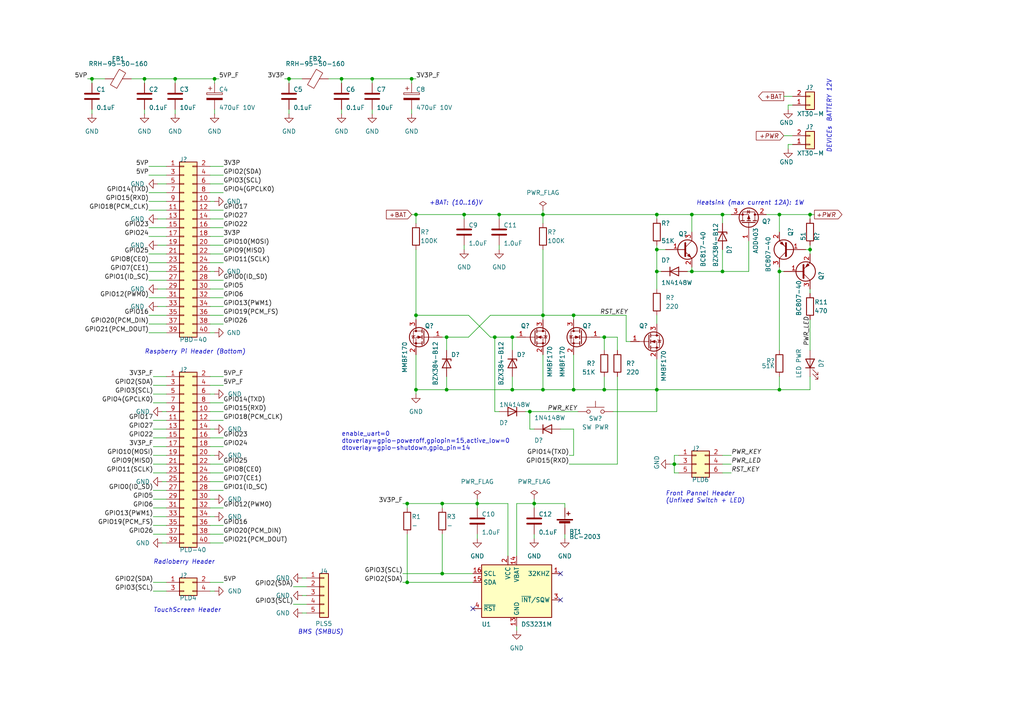
<source format=kicad_sch>
(kicad_sch (version 20211123) (generator eeschema)
  (paper "A4")
  (title_block (title "Raspberry Pi - Radioberry Interconnect") (date "2024-09-15") (rev "A1") (company "EmDev"))
  (junction (at 119.38 22.86))
  (junction (at 190.5 62.23))
  (junction (at 226.06 62.23))
  (junction (at 157.48 91.44))
  (junction (at 200.66 78.74))
  (junction (at 118.11 168.91))
  (junction (at 209.55 62.23))
  (junction (at 138.43 146.05))
  (junction (at 50.8 22.86))
  (junction (at 200.66 62.23))
  (junction (at 157.48 62.23))
  (junction (at 134.62 62.23))
  (junction (at 166.37 113.03))
  (junction (at 128.27 146.05))
  (junction (at 190.5 78.74))
  (junction (at 41.91 22.86))
  (junction (at 128.27 166.37))
  (junction (at 118.11 146.05))
  (junction (at 107.95 22.86))
  (junction (at 195.58 134.62))
  (junction (at 83.82 22.86))
  (junction (at 166.37 91.44))
  (junction (at 129.54 97.79))
  (junction (at 153.67 119.38))
  (junction (at 62.23 22.86))
  (junction (at 157.48 113.03))
  (junction (at 120.65 91.44))
  (junction (at 226.06 78.74))
  (junction (at 175.26 113.03))
  (junction (at 175.26 97.79))
  (junction (at 234.95 72.39))
  (junction (at 120.65 62.23))
  (junction (at 190.5 72.39))
  (junction (at 209.55 78.74))
  (junction (at 26.67 22.86))
  (junction (at 143.51 97.79))
  (junction (at 99.06 22.86))
  (junction (at 148.59 113.03))
  (junction (at 144.78 62.23))
  (junction (at 154.94 146.05))
  (junction (at 226.06 113.03))
  (junction (at 148.59 97.79))
  (junction (at 120.65 113.03))
  (junction (at 234.95 62.23))
  (junction (at 190.5 113.03))
  (junction (at 129.54 113.03))
  (no_connect (at 137.16 176.53))
  (no_connect (at 162.56 173.99))
  (no_connect (at 162.56 166.37))
  (wire (pts (xy 228.6 30.48) (xy 228.6 31.75)))
  (wire (pts (xy 209.55 132.08) (xy 212.09 132.08)))
  (wire (pts (xy 46.99 139.7) (xy 48.26 139.7)))
  (wire (pts (xy 144.78 62.23) (xy 144.78 63.5)))
  (wire (pts (xy 128.27 154.94) (xy 128.27 166.37)))
  (wire (pts (xy 44.45 149.86) (xy 48.26 149.86)))
  (wire (pts (xy 60.96 127) (xy 64.77 127)))
  (wire (pts (xy 60.96 147.32) (xy 64.77 147.32)))
  (wire (pts (xy 44.45 111.76) (xy 48.26 111.76)))
  (wire (pts (xy 107.95 22.86) (xy 119.38 22.86)))
  (wire (pts (xy 99.06 22.86) (xy 99.06 24.13)))
  (wire (pts (xy 233.68 72.39) (xy 234.95 72.39)))
  (wire (pts (xy 200.66 78.74) (xy 209.55 78.74)))
  (wire (pts (xy 44.45 168.91) (xy 48.26 168.91)))
  (wire (pts (xy 193.04 72.39) (xy 190.5 72.39)))
  (wire (pts (xy 191.77 78.74) (xy 190.5 78.74)))
  (wire (pts (xy 48.26 63.5) (xy 45.72 63.5)))
  (wire (pts (xy 107.95 22.86) (xy 107.95 24.13)))
  (wire (pts (xy 44.45 109.22) (xy 48.26 109.22)))
  (wire (pts (xy 62.23 78.74) (xy 60.96 78.74)))
  (wire (pts (xy 38.1 22.86) (xy 41.91 22.86)))
  (wire (pts (xy 135.89 97.79) (xy 142.24 91.44)))
  (wire (pts (xy 44.45 152.4) (xy 48.26 152.4)))
  (wire (pts (xy 26.67 31.75) (xy 26.67 33.02)))
  (wire (pts (xy 48.26 76.2) (xy 43.18 76.2)))
  (wire (pts (xy 62.23 58.42) (xy 60.96 58.42)))
  (wire (pts (xy 196.85 134.62) (xy 195.58 134.62)))
  (wire (pts (xy 60.96 168.91) (xy 64.77 168.91)))
  (wire (pts (xy 44.45 171.45) (xy 48.26 171.45)))
  (wire (pts (xy 147.32 146.05) (xy 147.32 161.29)))
  (wire (pts (xy 48.26 68.58) (xy 43.18 68.58)))
  (wire (pts (xy 129.54 97.79) (xy 135.89 97.79)))
  (wire (pts (xy 190.5 72.39) (xy 190.5 78.74)))
  (wire (pts (xy 44.45 147.32) (xy 48.26 147.32)))
  (wire (pts (xy 143.51 97.79) (xy 148.59 97.79)))
  (wire (pts (xy 175.26 97.79) (xy 179.07 97.79)))
  (wire (pts (xy 48.26 93.98) (xy 43.18 93.98)))
  (wire (pts (xy 60.96 121.92) (xy 64.77 121.92)))
  (wire (pts (xy 107.95 31.75) (xy 107.95 33.02)))
  (wire (pts (xy 209.55 62.23) (xy 209.55 64.77)))
  (wire (pts (xy 60.96 114.3) (xy 62.23 114.3)))
  (wire (pts (xy 64.77 81.28) (xy 60.96 81.28)))
  (wire (pts (xy 48.26 86.36) (xy 43.18 86.36)))
  (wire (pts (xy 64.77 68.58) (xy 60.96 68.58)))
  (wire (pts (xy 60.96 111.76) (xy 64.77 111.76)))
  (wire (pts (xy 41.91 22.86) (xy 50.8 22.86)))
  (wire (pts (xy 120.65 113.03) (xy 120.65 114.3)))
  (wire (pts (xy 60.96 132.08) (xy 62.23 132.08)))
  (wire (pts (xy 41.91 22.86) (xy 41.91 24.13)))
  (wire (pts (xy 60.96 142.24) (xy 64.77 142.24)))
  (wire (pts (xy 48.26 48.26) (xy 43.18 48.26)))
  (wire (pts (xy 48.26 83.82) (xy 45.72 83.82)))
  (wire (pts (xy 166.37 113.03) (xy 175.26 113.03)))
  (wire (pts (xy 64.77 60.96) (xy 60.96 60.96)))
  (wire (pts (xy 64.77 53.34) (xy 60.96 53.34)))
  (wire (pts (xy 85.09 175.26) (xy 88.9 175.26)))
  (wire (pts (xy 118.11 147.32) (xy 118.11 146.05)))
  (wire (pts (xy 134.62 62.23) (xy 144.78 62.23)))
  (wire (pts (xy 228.6 41.91) (xy 228.6 43.18)))
  (wire (pts (xy 62.23 22.86) (xy 63.5 22.86)))
  (wire (pts (xy 129.54 113.03) (xy 148.59 113.03)))
  (wire (pts (xy 190.5 71.12) (xy 190.5 72.39)))
  (wire (pts (xy 200.66 62.23) (xy 190.5 62.23)))
  (wire (pts (xy 60.96 116.84) (xy 64.77 116.84)))
  (wire (pts (xy 190.5 91.44) (xy 190.5 93.98)))
  (wire (pts (xy 44.45 116.84) (xy 48.26 116.84)))
  (wire (pts (xy 135.89 91.44) (xy 142.24 97.79)))
  (wire (pts (xy 157.48 91.44) (xy 157.48 92.71)))
  (wire (pts (xy 195.58 132.08) (xy 196.85 132.08)))
  (wire (pts (xy 60.96 134.62) (xy 64.77 134.62)))
  (wire (pts (xy 48.26 88.9) (xy 45.72 88.9)))
  (wire (pts (xy 48.26 91.44) (xy 43.18 91.44)))
  (wire (pts (xy 62.23 22.86) (xy 62.23 24.13)))
  (wire (pts (xy 138.43 154.94) (xy 138.43 156.21)))
  (wire (pts (xy 179.07 109.22) (xy 179.07 134.62)))
  (wire (pts (xy 157.48 113.03) (xy 166.37 113.03)))
  (wire (pts (xy 154.94 146.05) (xy 149.86 146.05)))
  (wire (pts (xy 60.96 157.48) (xy 64.77 157.48)))
  (wire (pts (xy 120.65 64.77) (xy 120.65 62.23)))
  (wire (pts (xy 50.8 22.86) (xy 50.8 24.13)))
  (wire (pts (xy 144.78 71.12) (xy 144.78 72.39)))
  (wire (pts (xy 129.54 109.22) (xy 129.54 113.03)))
  (wire (pts (xy 62.23 96.52) (xy 60.96 96.52)))
  (wire (pts (xy 64.77 55.88) (xy 60.96 55.88)))
  (wire (pts (xy 64.77 71.12) (xy 60.96 71.12)))
  (wire (pts (xy 60.96 137.16) (xy 64.77 137.16)))
  (wire (pts (xy 149.86 181.61) (xy 149.86 182.88)))
  (wire (pts (xy 60.96 139.7) (xy 64.77 139.7)))
  (wire (pts (xy 50.8 31.75) (xy 50.8 33.02)))
  (wire (pts (xy 87.63 167.64) (xy 88.9 167.64)))
  (wire (pts (xy 82.55 22.86) (xy 83.82 22.86)))
  (wire (pts (xy 64.77 88.9) (xy 60.96 88.9)))
  (wire (pts (xy 175.26 97.79) (xy 175.26 101.6)))
  (wire (pts (xy 179.07 97.79) (xy 179.07 101.6)))
  (wire (pts (xy 157.48 113.03) (xy 148.59 113.03)))
  (wire (pts (xy 234.95 83.82) (xy 234.95 85.09)))
  (wire (pts (xy 44.45 127) (xy 48.26 127)))
  (wire (pts (xy 229.87 41.91) (xy 228.6 41.91)))
  (wire (pts (xy 83.82 22.86) (xy 87.63 22.86)))
  (wire (pts (xy 138.43 146.05) (xy 147.32 146.05)))
  (wire (pts (xy 154.94 124.46) (xy 153.67 124.46)))
  (wire (pts (xy 200.66 62.23) (xy 200.66 67.31)))
  (wire (pts (xy 48.26 60.96) (xy 43.18 60.96)))
  (wire (pts (xy 128.27 146.05) (xy 138.43 146.05)))
  (wire (pts (xy 190.5 62.23) (xy 190.5 63.5)))
  (wire (pts (xy 50.8 22.86) (xy 62.23 22.86)))
  (wire (pts (xy 144.78 62.23) (xy 157.48 62.23)))
  (wire (pts (xy 137.16 168.91) (xy 118.11 168.91)))
  (wire (pts (xy 99.06 31.75) (xy 99.06 33.02)))
  (wire (pts (xy 190.5 113.03) (xy 226.06 113.03)))
  (wire (pts (xy 120.65 62.23) (xy 134.62 62.23)))
  (wire (pts (xy 134.62 62.23) (xy 134.62 63.5)))
  (wire (pts (xy 166.37 91.44) (xy 181.61 91.44)))
  (wire (pts (xy 87.63 172.72) (xy 88.9 172.72)))
  (wire (pts (xy 44.45 124.46) (xy 48.26 124.46)))
  (wire (pts (xy 148.59 109.22) (xy 148.59 113.03)))
  (wire (pts (xy 166.37 102.87) (xy 166.37 113.03)))
  (wire (pts (xy 234.95 92.71) (xy 234.95 101.6)))
  (wire (pts (xy 26.67 22.86) (xy 26.67 24.13)))
  (wire (pts (xy 64.77 76.2) (xy 60.96 76.2)))
  (wire (pts (xy 60.96 171.45) (xy 62.23 171.45)))
  (wire (pts (xy 212.09 62.23) (xy 209.55 62.23)))
  (wire (pts (xy 44.45 137.16) (xy 48.26 137.16)))
  (wire (pts (xy 116.84 166.37) (xy 128.27 166.37)))
  (wire (pts (xy 48.26 81.28) (xy 43.18 81.28)))
  (wire (pts (xy 226.06 113.03) (xy 226.06 109.22)))
  (wire (pts (xy 119.38 31.75) (xy 119.38 33.02)))
  (wire (pts (xy 209.55 72.39) (xy 209.55 78.74)))
  (wire (pts (xy 190.5 78.74) (xy 190.5 83.82)))
  (wire (pts (xy 60.96 154.94) (xy 64.77 154.94)))
  (wire (pts (xy 166.37 132.08) (xy 166.37 124.46)))
  (wire (pts (xy 48.26 96.52) (xy 43.18 96.52)))
  (wire (pts (xy 177.8 119.38) (xy 190.5 119.38)))
  (wire (pts (xy 99.06 22.86) (xy 107.95 22.86)))
  (wire (pts (xy 142.24 91.44) (xy 157.48 91.44)))
  (wire (pts (xy 194.31 134.62) (xy 195.58 134.62)))
  (wire (pts (xy 226.06 78.74) (xy 226.06 101.6)))
  (wire (pts (xy 157.48 60.96) (xy 157.48 62.23)))
  (wire (pts (xy 234.95 71.12) (xy 234.95 72.39)))
  (wire (pts (xy 209.55 62.23) (xy 200.66 62.23)))
  (wire (pts (xy 116.84 146.05) (xy 118.11 146.05)))
  (wire (pts (xy 44.45 154.94) (xy 48.26 154.94)))
  (wire (pts (xy 226.06 62.23) (xy 234.95 62.23)))
  (wire (pts (xy 129.54 113.03) (xy 120.65 113.03)))
  (wire (pts (xy 41.91 31.75) (xy 41.91 33.02)))
  (wire (pts (xy 62.23 31.75) (xy 62.23 33.02)))
  (wire (pts (xy 148.59 97.79) (xy 148.59 101.6)))
  (wire (pts (xy 143.51 119.38) (xy 144.78 119.38)))
  (wire (pts (xy 60.96 152.4) (xy 64.77 152.4)))
  (wire (pts (xy 129.54 97.79) (xy 129.54 101.6)))
  (wire (pts (xy 200.66 77.47) (xy 200.66 78.74)))
  (wire (pts (xy 44.45 134.62) (xy 48.26 134.62)))
  (wire (pts (xy 120.65 113.03) (xy 120.65 102.87)))
  (wire (pts (xy 227.33 27.94) (xy 229.87 27.94)))
  (wire (pts (xy 64.77 91.44) (xy 60.96 91.44)))
  (wire (pts (xy 142.24 97.79) (xy 143.51 97.79)))
  (wire (pts (xy 143.51 97.79) (xy 143.51 119.38)))
  (wire (pts (xy 44.45 142.24) (xy 48.26 142.24)))
  (wire (pts (xy 64.77 63.5) (xy 60.96 63.5)))
  (wire (pts (xy 26.67 22.86) (xy 30.48 22.86)))
  (wire (pts (xy 166.37 91.44) (xy 166.37 92.71)))
  (wire (pts (xy 83.82 31.75) (xy 83.82 33.02)))
  (wire (pts (xy 128.27 97.79) (xy 129.54 97.79)))
  (wire (pts (xy 60.96 124.46) (xy 62.23 124.46)))
  (wire (pts (xy 119.38 62.23) (xy 120.65 62.23)))
  (wire (pts (xy 48.26 50.8) (xy 43.18 50.8)))
  (wire (pts (xy 154.94 144.78) (xy 154.94 146.05)))
  (wire (pts (xy 153.67 119.38) (xy 153.67 124.46)))
  (wire (pts (xy 120.65 91.44) (xy 120.65 92.71)))
  (wire (pts (xy 175.26 113.03) (xy 190.5 113.03)))
  (wire (pts (xy 118.11 146.05) (xy 128.27 146.05)))
  (wire (pts (xy 209.55 78.74) (xy 217.17 78.74)))
  (wire (pts (xy 222.25 62.23) (xy 226.06 62.23)))
  (wire (pts (xy 119.38 22.86) (xy 119.38 24.13)))
  (wire (pts (xy 60.96 144.78) (xy 62.23 144.78)))
  (wire (pts (xy 95.25 22.86) (xy 99.06 22.86)))
  (wire (pts (xy 157.48 91.44) (xy 166.37 91.44)))
  (wire (pts (xy 229.87 30.48) (xy 228.6 30.48)))
  (wire (pts (xy 64.77 66.04) (xy 60.96 66.04)))
  (wire (pts (xy 64.77 86.36) (xy 60.96 86.36)))
  (wire (pts (xy 190.5 113.03) (xy 190.5 119.38)))
  (wire (pts (xy 64.77 93.98) (xy 60.96 93.98)))
  (wire (pts (xy 138.43 147.32) (xy 138.43 146.05)))
  (wire (pts (xy 48.26 55.88) (xy 43.18 55.88)))
  (wire (pts (xy 118.11 154.94) (xy 118.11 168.91)))
  (wire (pts (xy 137.16 166.37) (xy 128.27 166.37)))
  (wire (pts (xy 152.4 119.38) (xy 153.67 119.38)))
  (wire (pts (xy 87.63 177.8) (xy 88.9 177.8)))
  (wire (pts (xy 195.58 134.62) (xy 195.58 137.16)))
  (wire (pts (xy 234.95 62.23) (xy 236.22 62.23)))
  (wire (pts (xy 157.48 102.87) (xy 157.48 113.03)))
  (wire (pts (xy 44.45 121.92) (xy 48.26 121.92)))
  (wire (pts (xy 154.94 146.05) (xy 163.83 146.05)))
  (wire (pts (xy 163.83 146.05) (xy 163.83 147.32)))
  (wire (pts (xy 148.59 97.79) (xy 149.86 97.79)))
  (wire (pts (xy 165.1 132.08) (xy 166.37 132.08)))
  (wire (pts (xy 181.61 99.06) (xy 181.61 91.44)))
  (wire (pts (xy 195.58 134.62) (xy 195.58 132.08)))
  (wire (pts (xy 120.65 91.44) (xy 135.89 91.44)))
  (wire (pts (xy 153.67 119.38) (xy 167.64 119.38)))
  (wire (pts (xy 182.88 99.06) (xy 181.61 99.06)))
  (wire (pts (xy 44.45 114.3) (xy 48.26 114.3)))
  (wire (pts (xy 85.09 170.18) (xy 88.9 170.18)))
  (wire (pts (xy 154.94 147.32) (xy 154.94 146.05)))
  (wire (pts (xy 64.77 83.82) (xy 60.96 83.82)))
  (wire (pts (xy 48.26 53.34) (xy 45.72 53.34)))
  (wire (pts (xy 163.83 154.94) (xy 163.83 156.21)))
  (wire (pts (xy 157.48 62.23) (xy 157.48 64.77)))
  (wire (pts (xy 60.96 129.54) (xy 64.77 129.54)))
  (wire (pts (xy 209.55 137.16) (xy 212.09 137.16)))
  (wire (pts (xy 60.96 149.86) (xy 62.23 149.86)))
  (wire (pts (xy 234.95 72.39) (xy 234.95 73.66)))
  (wire (pts (xy 138.43 144.78) (xy 138.43 146.05)))
  (wire (pts (xy 226.06 77.47) (xy 226.06 78.74)))
  (wire (pts (xy 48.26 73.66) (xy 43.18 73.66)))
  (wire (pts (xy 190.5 113.03) (xy 190.5 104.14)))
  (wire (pts (xy 154.94 154.94) (xy 154.94 156.21)))
  (wire (pts (xy 48.26 66.04) (xy 43.18 66.04)))
  (wire (pts (xy 196.85 137.16) (xy 195.58 137.16)))
  (wire (pts (xy 64.77 73.66) (xy 60.96 73.66)))
  (wire (pts (xy 157.48 62.23) (xy 190.5 62.23)))
  (wire (pts (xy 217.17 69.85) (xy 217.17 78.74)))
  (wire (pts (xy 44.45 132.08) (xy 48.26 132.08)))
  (wire (pts (xy 226.06 113.03) (xy 234.95 113.03)))
  (wire (pts (xy 134.62 71.12) (xy 134.62 72.39)))
  (wire (pts (xy 64.77 48.26) (xy 60.96 48.26)))
  (wire (pts (xy 83.82 22.86) (xy 83.82 24.13)))
  (wire (pts (xy 46.99 119.38) (xy 48.26 119.38)))
  (wire (pts (xy 116.84 168.91) (xy 118.11 168.91)))
  (wire (pts (xy 234.95 109.22) (xy 234.95 113.03)))
  (wire (pts (xy 48.26 78.74) (xy 43.18 78.74)))
  (wire (pts (xy 64.77 50.8) (xy 60.96 50.8)))
  (wire (pts (xy 173.99 97.79) (xy 175.26 97.79)))
  (wire (pts (xy 119.38 22.86) (xy 120.65 22.86)))
  (wire (pts (xy 162.56 124.46) (xy 166.37 124.46)))
  (wire (pts (xy 128.27 146.05) (xy 128.27 147.32)))
  (wire (pts (xy 46.99 157.48) (xy 48.26 157.48)))
  (wire (pts (xy 227.33 39.37) (xy 229.87 39.37)))
  (wire (pts (xy 226.06 62.23) (xy 226.06 67.31)))
  (wire (pts (xy 234.95 62.23) (xy 234.95 63.5)))
  (wire (pts (xy 60.96 109.22) (xy 64.77 109.22)))
  (wire (pts (xy 209.55 134.62) (xy 212.09 134.62)))
  (wire (pts (xy 44.45 129.54) (xy 48.26 129.54)))
  (wire (pts (xy 165.1 134.62) (xy 179.07 134.62)))
  (wire (pts (xy 48.26 58.42) (xy 43.18 58.42)))
  (wire (pts (xy 157.48 72.39) (xy 157.48 91.44)))
  (wire (pts (xy 44.45 144.78) (xy 48.26 144.78)))
  (wire (pts (xy 175.26 109.22) (xy 175.26 113.03)))
  (wire (pts (xy 25.4 22.86) (xy 26.67 22.86)))
  (wire (pts (xy 227.33 78.74) (xy 226.06 78.74)))
  (wire (pts (xy 199.39 78.74) (xy 200.66 78.74)))
  (wire (pts (xy 120.65 72.39) (xy 120.65 91.44)))
  (wire (pts (xy 60.96 119.38) (xy 64.77 119.38)))
  (wire (pts (xy 48.26 71.12) (xy 45.72 71.12)))
  (wire (pts (xy 149.86 146.05) (xy 149.86 161.29)))
  (text "enable_uart=0\ndtoverlay=gpio-poweroff,gpiopin=15,active_low=0\ndtoverlay=gpio-shutdown,gpio_pin=14" (at 99.06 130.81 0) (effects (font (size 1.27 1.27)) (justify left bottom)))
  (text "Front Pannel Header\n(Unfixed Switch + LED) " (at 193.04 146.05 0) (effects (font (size 1.27 1.27) italic) (justify left bottom)))
  (text "BATTERY 12V" (at 241.3 35.56 90) (effects (font (size 1.27 1.27) italic) (justify left bottom)))
  (text "TouchScreen Header" (at 44.45 177.8 0) (effects (font (size 1.27 1.27) italic) (justify left bottom)))
  (text "DEVICEs" (at 241.3 44.45 90) (effects (font (size 1.27 1.27) italic) (justify left bottom)))
  (text "+BAT: (10..16)V" (at 124.46 59.69 0) (effects (font (size 1.27 1.27) italic) (justify left bottom)))
  (text "Heatsink (max current 12A): 1W " (at 201.93 59.69 0) (effects (font (size 1.27 1.27) italic) (justify left bottom)))
  (text "Raspberry Pi Header (Bottom)" (at 41.91 102.87 0) (effects (font (size 1.27 1.27) italic) (justify left bottom)))
  (text "Radioberry Header" (at 44.45 163.83 0) (effects (font (size 1.27 1.27) italic) (justify left bottom)))
  (text "BMS (SMBUS)" (at 86.36 184.15 0) (effects (font (size 1.27 1.27) italic) (justify left bottom)))
  (label "GPIO1(ID_SC)" (at 43.18 81.28 180))
  (label "GPIO3(SCL)" (at 116.84 166.37 180))
  (label "GPIO15(RXD)" (at 165.1 134.62 180))
  (label "5VP" (at 25.4 22.86 180))
  (label "GPIO7(CE1)" (at 43.18 78.74 180))
  (label "GPIO18(PCM_CLK)" (at 64.77 121.92 0))
  (label "GPIO14(TXD)" (at 165.1 132.08 180))
  (label "GPIO14(TXD)" (at 43.18 55.88 180))
  (label "GPIO15(RXD)" (at 43.18 58.42 180))
  (label "GPIO10(MOSI)" (at 64.77 71.12 0))
  (label "GPIO2(SDA)" (at 44.45 168.91 180))
  (label "GPIO6" (at 64.77 86.36 0))
  (label "GPIO17" (at 44.45 121.92 180))
  (label "GPIO14(TXD)" (at 64.77 116.84 0))
  (label "GPIO19(PCM_FS)" (at 64.77 91.44 0))
  (label "GPIO16" (at 43.18 91.44 180))
  (label "3V3P_F" (at 44.45 109.22 180))
  (label "5VP" (at 43.18 48.26 180))
  (label "GPIO8(CE0)" (at 43.18 76.2 180))
  (label "GPIO10(MOSI)" (at 44.45 132.08 180))
  (label "GPIO23" (at 43.18 66.04 180))
  (label "5VP_F" (at 63.5 22.86 0))
  (label "GPIO1(ID_SC)" (at 64.77 142.24 0))
  (label "GPIO8(CE0)" (at 64.77 137.16 0))
  (label "GPIO12(PWM0)" (at 43.18 86.36 180))
  (label "GPIO27" (at 64.77 63.5 0))
  (label "GPIO20(PCM_DIN)" (at 64.77 154.94 0))
  (label "GPIO26" (at 64.77 93.98 0))
  (label "GPIO24" (at 43.18 68.58 180))
  (label "GPIO21(PCM_DOUT)" (at 43.18 96.52 180))
  (label "GPIO19(PCM_FS)" (at 44.45 152.4 180))
  (label "GPIO27" (at 44.45 124.46 180))
  (label "GPIO9(MISO)" (at 64.77 73.66 0))
  (label "RST_KEY" (at 173.99 91.44 0) (effects (font italic)))
  (label "PWR_LED" (at 234.95 100.33 90) (effects (font italic)))
  (label "GPIO0(ID_SD)" (at 44.45 142.24 180))
  (label "GPIO4(GPCLK0)" (at 64.77 55.88 0))
  (label "PWR_LED" (at 212.09 134.62 0) (effects (font italic)))
  (label "GPIO7(CE1)" (at 64.77 139.7 0))
  (label "GPIO2(SDA)" (at 85.09 170.18 180))
  (label "PWR_KEY" (at 158.75 119.38 0) (effects (font italic)))
  (label "GPIO13(PWM1)" (at 64.77 88.9 0))
  (label "GPIO3(SCL)" (at 64.77 53.34 0))
  (label "GPIO6" (at 44.45 147.32 180))
  (label "GPIO21(PCM_DOUT)" (at 64.77 157.48 0))
  (label "GPIO0(ID_SD)" (at 64.77 81.28 0))
  (label "5VP_F" (at 64.77 111.76 0))
  (label "GPIO15(RXD)" (at 64.77 119.38 0))
  (label "GPIO18(PCM_CLK)" (at 43.18 60.96 180))
  (label "GPIO2(SDA)" (at 64.77 50.8 0))
  (label "GPIO3(SCL)" (at 44.45 114.3 180))
  (label "3V3P" (at 64.77 68.58 0))
  (label "GPIO25" (at 64.77 134.62 0))
  (label "GPIO5" (at 44.45 144.78 180))
  (label "GPIO26" (at 44.45 154.94 180))
  (label "3V3P_F" (at 116.84 146.05 180))
  (label "RST_KEY" (at 212.09 137.16 0) (effects (font italic)))
  (label "GPIO4(GPCLK0)" (at 44.45 116.84 180))
  (label "PWR_KEY" (at 212.09 132.08 0) (effects (font italic)))
  (label "GPIO2(SDA)" (at 116.84 168.91 180))
  (label "GPIO22" (at 64.77 66.04 0))
  (label "3V3P_F" (at 44.45 129.54 180))
  (label "3V3P" (at 82.55 22.86 180))
  (label "GPIO9(MISO)" (at 44.45 134.62 180))
  (label "GPIO12(PWM0)" (at 64.77 147.32 0))
  (label "GPIO3(SCL)" (at 85.09 175.26 180))
  (label "GPIO25" (at 43.18 73.66 180))
  (label "GPIO24" (at 64.77 129.54 0))
  (label "3V3P_F" (at 120.65 22.86 0))
  (label "5VP" (at 43.18 50.8 180))
  (label "5VP_F" (at 64.77 109.22 0))
  (label "GPIO20(PCM_DIN)" (at 43.18 93.98 180))
  (label "GPIO13(PWM1)" (at 44.45 149.86 180))
  (label "GPIO5" (at 64.77 83.82 0))
  (label "GPIO3(SCL)" (at 44.45 171.45 180))
  (label "5VP" (at 64.77 168.91 0))
  (label "GPIO2(SDA)" (at 44.45 111.76 180))
  (label "GPIO16" (at 64.77 152.4 0))
  (label "GPIO23" (at 64.77 127 0))
  (label "GPIO22" (at 44.45 127 180))
  (label "GPIO11(SCLK)" (at 64.77 76.2 0))
  (label "3V3P" (at 64.77 48.26 0))
  (label "GPIO11(SCLK)" (at 44.45 137.16 180))
  (label "GPIO17" (at 64.77 60.96 0))
  (global_label "+PWR" (shape input) (at 227.33 39.37 180) (effects (font italic)) (property "Intersheet References" "${INTERSHEET_REFS}" (effects hide)))
  (global_label "+BAT" (shape output) (at 227.33 27.94 180) (property "Intersheet References" "${INTERSHEET_REFS}" (effects hide)))
  (global_label "+PWR" (shape output) (at 236.22 62.23 0) (effects (font italic)) (property "Intersheet References" "${INTERSHEET_REFS}" (effects hide)))
  (global_label "+BAT" (shape input) (at 119.38 62.23 180) (property "Intersheet References" "${INTERSHEET_REFS}" (effects hide)))
  (symbol (lib_id "Device:C_Polarized") (at 119.38 27.94 0) (unit 1)
    (property "Reference" "C8" (at 120.65 26.67 0) (effects (justify left bottom)))
    (property "Value" "470uF 10V" (at 120.65 30.48 0) (effects (justify left top)))
    (property "Footprint" "Capacitor_THT:CP_Radial_D8.0mm_P3.50mm" (effects hide))
  )
  (symbol (lib_id "Diode:1N4148W") (at 148.59 119.38 180) (unit 1)
    (property "Reference" "D?" (at 144.78 121.92 0) (effects (justify right bottom)))
    (property "Value" "1N4148W" (at 144.78 118.11 0) (effects (justify right top)))
    (property "Footprint" "Diode_SMD:D_SOD-323_HandSoldering" (effects hide))
    (property "Datasheet" "https://www.vishay.com/docs/85748/1n4148w.pdf" (effects hide))
  )
  (symbol (lib_id "Transistor_BJT:BC807") (at 232.41 78.74 0) (mirror x) (unit 1)
    (property "Reference" "Q?" (at 237.49 81.28 90) (effects (justify right top)))
    (property "Value" "BC807-40" (at 232.41 81.28 90) (effects (justify left bottom)))
    (property "Footprint" "Package_TO_SOT_SMD:SOT-23" (effects hide))
    (property "Datasheet" "https://www.onsemi.com/pub/Collateral/BC808-D.pdf" (effects hide))
  )
  (symbol (lib_id "power:GND") (at 62.23 114.3 90) (unit 1)
    (property "Reference" "#PWR0108" (effects hide))
    (property "Value" "GND" (at 66.04 114.2999 90) (effects (justify right)))
  )
  (symbol (lib_id "Device:C") (at 26.67 27.94 180) (unit 1)
    (property "Reference" "C1" (at 27.94 26.67 0) (effects (justify right top)))
    (property "Value" "0.1uF" (at 27.94 30.48 0) (effects (justify right bottom)))
    (property "Footprint" "Capacitor_SMD:C_0805_2012Metric_Pad1.18x1.45mm_HandSolder" (effects hide))
  )
  (symbol (lib_id "Connector_Generic:Conn_02x20_Odd_Even") (at 53.34 132.08 0) (unit 1)
    (property "Reference" "J?" (at 52.07 107.95 0) (effects (justify left bottom)))
    (property "Value" "PLD-40" (at 52.07 158.75 0) (effects (justify left top)))
    (property "Footprint" "Connector_PinHeader_2.54mm:PinHeader_2x20_P2.54mm_Vertical" (effects hide))
  )
  (symbol (lib_id "Device:C") (at 83.82 27.94 180) (unit 1)
    (property "Reference" "C5" (at 85.09 26.67 0) (effects (justify right top)))
    (property "Value" "0.1uF" (at 85.09 30.48 0) (effects (justify right bottom)))
    (property "Footprint" "Capacitor_SMD:C_0805_2012Metric_Pad1.18x1.45mm_HandSolder" (effects hide))
  )
  (symbol (lib_id "Connector_Generic:Conn_01x02") (at 234.95 41.91 0) (mirror x) (unit 1)
    (property "Reference" "J?" (at 233.68 36.83 0) (effects (justify left)))
    (property "Value" "XT30-M" (at 231.14 44.45 0) (effects (justify left)))
    (property "Footprint" "Connector_AMASS:AMASS_XT30U-M_1x02_P5.0mm_Vertical" (effects hide))
  )
  (symbol (lib_id "Device:C") (at 154.94 151.13 180) (unit 1)
    (property "Reference" "C12" (at 156.21 149.86 0) (effects (justify right top)))
    (property "Value" "0.1uF" (at 156.21 153.67 0) (effects (justify right bottom)))
    (property "Footprint" "Capacitor_SMD:C_0805_2012Metric_Pad1.18x1.45mm_HandSolder" (effects hide))
  )
  (symbol (lib_id "power:GND") (at 228.6 31.75 0) (unit 1)
    (property "Reference" "#PWR0101" (effects hide))
    (property "Value" "GND" (at 226.06 35.56 0) (effects (justify left)))
  )
  (symbol (lib_id "Device:C") (at 99.06 27.94 180) (unit 1)
    (property "Reference" "C6" (at 100.33 26.67 0) (effects (justify right top)))
    (property "Value" "0.1uF" (at 100.33 30.48 0) (effects (justify right bottom)))
    (property "Footprint" "Capacitor_SMD:C_0805_2012Metric_Pad1.18x1.45mm_HandSolder" (effects hide))
  )
  (symbol (lib_id "power:GND") (at 83.82 33.02 0) (unit 1)
    (property "Reference" "#PWR022" (effects hide))
    (property "Value" "GND" (at 83.82 38.1 0))
  )
  (symbol (lib_id "power:GND") (at 144.78 72.39 0) (unit 1)
    (property "Reference" "#PWR032" (effects hide))
    (property "Value" "GND" (at 144.78 77.47 0))
  )
  (symbol (lib_id "power:GND") (at 46.99 139.7 270) (unit 1)
    (property "Reference" "#PWR0106" (effects hide))
    (property "Value" "GND" (at 39.37 139.7 90) (effects (justify left)))
  )
  (symbol (lib_id "Device:R") (at 128.27 151.13 0) (unit 1)
    (property "Reference" "R3" (at 129.54 149.86 0) (effects (justify left)))
    (property "Value" "-" (at 129.54 152.4 0) (effects (justify left)))
    (property "Footprint" "Resistor_SMD:R_0805_2012Metric_Pad1.20x1.40mm_HandSolder" (effects hide))
  )
  (symbol (lib_id "Diode:BZX384xxxx") (at 209.55 68.58 270) (unit 1)
    (property "Reference" "D?" (at 210.82 71.12 0) (effects (justify left bottom)))
    (property "Value" "BZX384-B12" (at 208.28 77.47 0) (effects (justify right top)))
    (property "Footprint" "Diode_SMD:D_SOD-323_HandSoldering" (effects hide))
    (property "Datasheet" "https://www.vishay.com/docs/85764/bzx384.pdf" (effects hide))
  )
  (symbol (lib_id "Connector_Generic:Conn_01x02") (at 234.95 30.48 0) (mirror x) (unit 1)
    (property "Reference" "J?" (at 233.68 25.4 0) (effects (justify left)))
    (property "Value" "XT30-M" (at 231.14 33.02 0) (effects (justify left)))
    (property "Footprint" "Connector_AMASS:AMASS_XT30U-M_1x02_P5.0mm_Vertical" (effects hide))
  )
  (symbol (lib_id "Device:C") (at 134.62 67.31 180) (unit 1)
    (property "Reference" "C9" (at 135.89 66.04 0) (effects (justify right top)))
    (property "Value" "1.0uF" (at 135.89 69.85 0) (effects (justify right bottom)))
    (property "Footprint" "Capacitor_SMD:C_0805_2012Metric_Pad1.18x1.45mm_HandSolder" (effects hide))
  )
  (symbol (lib_id "Transistor_FET:IRF9540N") (at 217.17 64.77 270) (mirror x) (unit 1)
    (property "Reference" "Q?" (at 220.98 63.5 90) (effects (justify left bottom)))
    (property "Value" "AOD403" (at 218.44 66.04 0) (effects (justify right bottom)))
    (property "Footprint" "Package_TO_SOT_SMD:TO-252-2" (effects hide))
    (property "Datasheet" "http://www.irf.com/product-info/datasheets/data/irf9540n.pdf" (effects hide))
  )
  (symbol (lib_id "Device:LED") (at 234.95 105.41 90) (unit 1) (in_bom no) (on_board no)
    (property "Reference" "D?" (at 237.49 106.68 0) (effects (justify left top)))
    (property "Value" "LED PWR" (at 232.41 105.41 0) (effects (justify bottom)))
  )
  (symbol (lib_id "Device:R") (at 120.65 68.58 0) (unit 1)
    (property "Reference" "R?" (at 121.92 67.31 0) (effects (justify left)))
    (property "Value" "100K" (at 121.92 69.85 0) (effects (justify left)))
    (property "Footprint" "Resistor_SMD:R_0805_2012Metric_Pad1.20x1.40mm_HandSolder" (effects hide))
  )
  (symbol (lib_id "power:GND") (at 62.23 96.52 90) (mirror x) (unit 1)
    (property "Reference" "#PWR?" (effects hide))
    (property "Value" "GND" (at 69.85 96.52 90) (effects (justify left)))
  )
  (symbol (lib_id "Diode:1N4148W") (at 195.58 78.74 0) (unit 1)
    (property "Reference" "D?" (at 191.77 76.2 0) (effects (justify left bottom)))
    (property "Value" "1N4148W" (at 191.77 81.28 0) (effects (justify left top)))
    (property "Footprint" "Diode_SMD:D_SOD-323_HandSoldering" (effects hide))
    (property "Datasheet" "https://www.vishay.com/docs/85748/1n4148w.pdf" (effects hide))
  )
  (symbol (lib_id "Connector_Generic:Conn_02x20_Odd_Even") (at 53.34 71.12 0) (unit 1)
    (property "Reference" "J?" (at 52.07 46.99 0) (effects (justify left bottom)))
    (property "Value" "PBD-40" (at 52.07 97.79 0) (effects (justify left top)))
    (property "Footprint" "Connector_PinHeader_2.54mm:PinHeader_2x20_P2.54mm_Vertical" (effects hide))
  )
  (symbol (lib_id "Device:C") (at 144.78 67.31 180) (unit 1)
    (property "Reference" "C11" (at 146.05 66.04 0) (effects (justify right top)))
    (property "Value" "1.0uF" (at 146.05 69.85 0) (effects (justify right bottom)))
    (property "Footprint" "Capacitor_SMD:C_0805_2012Metric_Pad1.18x1.45mm_HandSolder" (effects hide))
  )
  (symbol (lib_id "Device:C_Polarized") (at 62.23 27.94 0) (unit 1)
    (property "Reference" "C4" (at 63.5 26.67 0) (effects (justify left bottom)))
    (property "Value" "470uF 10V" (at 63.5 30.48 0) (effects (justify left top)))
    (property "Footprint" "Capacitor_THT:CP_Radial_D8.0mm_P3.50mm" (effects hide))
  )
  (symbol (lib_id "Device:C") (at 50.8 27.94 180) (unit 1)
    (property "Reference" "C3" (at 52.07 26.67 0) (effects (justify right top)))
    (property "Value" "10uF" (at 52.07 30.48 0) (effects (justify right bottom)))
    (property "Footprint" "Capacitor_SMD:C_0805_2012Metric_Pad1.18x1.45mm_HandSolder" (effects hide))
  )
  (symbol (lib_id "Transistor_BJT:BC817") (at 198.12 72.39 0) (unit 1)
    (property "Reference" "Q?" (at 199.39 68.58 0) (effects (justify right bottom)))
    (property "Value" "BC817-40" (at 203.2 77.47 90) (effects (justify left top)))
    (property "Footprint" "Package_TO_SOT_SMD:SOT-23_Handsoldering" (effects hide))
    (property "Datasheet" "https://www.onsemi.com/pub/Collateral/BC818-D.pdf" (effects hide))
  )
  (symbol (lib_id "power:GND") (at 46.99 119.38 270) (unit 1)
    (property "Reference" "#PWR0115" (effects hide))
    (property "Value" "GND" (at 39.37 119.38 90) (effects (justify left)))
  )
  (symbol (lib_id "Device:R") (at 190.5 87.63 0) (unit 1)
    (property "Reference" "R?" (at 193.04 86.36 0) (effects (justify left)))
    (property "Value" "220" (at 193.04 88.9 0) (effects (justify left)))
    (property "Footprint" "Resistor_SMD:R_0805_2012Metric_Pad1.20x1.40mm_HandSolder" (effects hide))
  )
  (symbol (lib_id "power:GND") (at 228.6 43.18 0) (unit 1)
    (property "Reference" "#PWR0102" (effects hide))
    (property "Value" "GND" (at 226.06 46.99 0) (effects (justify left)))
  )
  (symbol (lib_id "power:GND") (at 138.43 156.21 0) (unit 1)
    (property "Reference" "#PWR031" (effects hide))
    (property "Value" "GND" (at 138.43 161.29 0))
  )
  (symbol (lib_id "Device:R") (at 234.95 67.31 0) (unit 1)
    (property "Reference" "R?" (at 236.22 69.85 90) (effects (justify left top)))
    (property "Value" "51" (at 233.68 69.85 90) (effects (justify left bottom)))
    (property "Footprint" "Resistor_SMD:R_0805_2012Metric_Pad1.20x1.40mm_HandSolder" (effects hide))
  )
  (symbol (lib_id "Device:C") (at 41.91 27.94 180) (unit 1)
    (property "Reference" "C2" (at 43.18 26.67 0) (effects (justify right top)))
    (property "Value" "0.1uF" (at 43.18 30.48 0) (effects (justify right bottom)))
    (property "Footprint" "Capacitor_SMD:C_0805_2012Metric_Pad1.18x1.45mm_HandSolder" (effects hide))
  )
  (symbol (lib_id "power:GND") (at 45.72 53.34 270) (mirror x) (unit 1)
    (property "Reference" "#PWR?" (effects hide))
    (property "Value" "GND" (at 41.91 53.3399 90) (effects (justify right)))
  )
  (symbol (lib_id "power:PWR_FLAG") (at 138.43 144.78 0) (unit 1)
    (property "Reference" "#FLG01" (effects hide))
    (property "Value" "PWR_FLAG" (at 138.43 139.7 0))
  )
  (symbol (lib_id "Device:FerriteBead") (at 34.29 22.86 90) (unit 1)
    (property "Reference" "FB1" (at 34.29 17.78 90) (effects (justify top)))
    (property "Value" "RRH-95-50-160" (at 34.29 17.78 90) (effects (justify bottom)))
    (property "Footprint" "Inductor_THT:L_Radial_D9.5mm_P5.00mm_Fastron_07HVP" (effects hide))
  )
  (symbol (lib_id "Device:Battery_Cell") (at 163.83 152.4 0) (unit 1)
    (property "Reference" "BT1" (at 165.1 154.94 0) (effects (justify left bottom)))
    (property "Value" "BC-2003" (at 165.1 154.94 0) (effects (justify left top)))
    (property "Footprint" "Battery:BatteryHolder_MPD_BC2003_1x2032" (effects hide))
  )
  (symbol (lib_id "Transistor_FET:MMBF170") (at 123.19 97.79 0) (mirror y) (unit 1)
    (property "Reference" "Q?" (at 123.19 95.25 0) (effects (justify right bottom)))
    (property "Value" "MMBF170" (at 118.11 99.06 90) (effects (justify right top)))
    (property "Footprint" "Package_TO_SOT_SMD:SOT-23_Handsoldering" (effects hide))
    (property "Datasheet" "https://www.diodes.com/assets/Datasheets/ds30104.pdf" (effects hide))
  )
  (symbol (lib_id "power:GND") (at 163.83 156.21 0) (unit 1)
    (property "Reference" "#PWR035" (effects hide))
    (property "Value" "GND" (at 163.83 161.29 0))
  )
  (symbol (lib_id "Diode:1N4148W") (at 158.75 124.46 0) (mirror x) (unit 1)
    (property "Reference" "D?" (at 154.94 127 0) (effects (justify left bottom)))
    (property "Value" "1N4148W" (at 154.94 121.92 0) (effects (justify left top)))
    (property "Footprint" "Diode_SMD:D_SOD-323_HandSoldering" (effects hide))
    (property "Datasheet" "https://www.vishay.com/docs/85748/1n4148w.pdf" (effects hide))
  )
  (symbol (lib_id "power:GND") (at 62.23 78.74 90) (mirror x) (unit 1)
    (property "Reference" "#PWR?" (effects hide))
    (property "Value" "GND" (at 69.85 78.74 90) (effects (justify left)))
  )
  (symbol (lib_id "power:GND") (at 119.38 33.02 0) (unit 1)
    (property "Reference" "#PWR028" (effects hide))
    (property "Value" "GND" (at 119.38 38.1 0))
  )
  (symbol (lib_id "Device:C") (at 107.95 27.94 180) (unit 1)
    (property "Reference" "C7" (at 109.22 26.67 0) (effects (justify right top)))
    (property "Value" "10uF" (at 109.22 30.48 0) (effects (justify right bottom)))
    (property "Footprint" "Capacitor_SMD:C_0805_2012Metric_Pad1.18x1.45mm_HandSolder" (effects hide))
  )
  (symbol (lib_id "power:GND") (at 45.72 88.9 270) (mirror x) (unit 1)
    (property "Reference" "#PWR?" (effects hide))
    (property "Value" "GND" (at 41.91 88.8999 90) (effects (justify right)))
  )
  (symbol (lib_id "power:PWR_FLAG") (at 154.94 144.78 0) (unit 1)
    (property "Reference" "#FLG02" (effects hide))
    (property "Value" "PWR_FLAG" (at 154.94 139.7 0))
  )
  (symbol (lib_id "Transistor_FET:MMBF170") (at 187.96 99.06 0) (unit 1)
    (property "Reference" "Q?" (at 187.96 95.25 0) (effects (justify right bottom)))
    (property "Value" "MMBF170" (at 191.77 101.6 90) (effects (justify right top)))
    (property "Footprint" "Package_TO_SOT_SMD:SOT-23_Handsoldering" (effects hide))
    (property "Datasheet" "https://www.diodes.com/assets/Datasheets/ds30104.pdf" (effects hide))
  )
  (symbol (lib_id "power:GND") (at 62.23 124.46 90) (unit 1)
    (property "Reference" "#PWR0107" (effects hide))
    (property "Value" "GND" (at 66.04 124.4599 90) (effects (justify right)))
  )
  (symbol (lib_id "power:GND") (at 45.72 63.5 270) (mirror x) (unit 1)
    (property "Reference" "#PWR?" (effects hide))
    (property "Value" "GND" (at 41.91 63.4999 90) (effects (justify right)))
  )
  (symbol (lib_id "Transistor_FET:MMBF170") (at 154.94 97.79 0) (unit 1)
    (property "Reference" "Q?" (at 153.67 95.25 0) (effects (justify right bottom)))
    (property "Value" "MMBF170" (at 158.75 100.33 90) (effects (justify right top)))
    (property "Footprint" "Package_TO_SOT_SMD:SOT-23_Handsoldering" (effects hide))
    (property "Datasheet" "https://www.diodes.com/assets/Datasheets/ds30104.pdf" (effects hide))
  )
  (symbol (lib_id "Device:R") (at 157.48 68.58 0) (unit 1)
    (property "Reference" "R?" (at 158.75 67.31 0) (effects (justify left)))
    (property "Value" "100K" (at 158.75 69.85 0) (effects (justify left)))
    (property "Footprint" "Resistor_SMD:R_0805_2012Metric_Pad1.20x1.40mm_HandSolder" (effects hide))
  )
  (symbol (lib_id "power:GND") (at 134.62 72.39 0) (unit 1)
    (property "Reference" "#PWR030" (effects hide))
    (property "Value" "GND" (at 134.62 77.47 0))
  )
  (symbol (lib_id "power:GND") (at 62.23 132.08 90) (unit 1)
    (property "Reference" "#PWR0111" (effects hide))
    (property "Value" "GND" (at 66.04 132.0799 90) (effects (justify right)))
  )
  (symbol (lib_id "power:GND") (at 50.8 33.02 0) (unit 1)
    (property "Reference" "#PWR011" (effects hide))
    (property "Value" "GND" (at 50.8 38.1 0))
  )
  (symbol (lib_id "power:GND") (at 45.72 83.82 270) (mirror x) (unit 1)
    (property "Reference" "#PWR?" (effects hide))
    (property "Value" "GND" (at 41.91 83.8199 90) (effects (justify right)))
  )
  (symbol (lib_id "Device:R") (at 190.5 67.31 0) (unit 1)
    (property "Reference" "R?" (at 191.77 64.77 0) (effects (justify left)))
    (property "Value" "51K" (at 191.77 69.85 0) (effects (justify left)))
    (property "Footprint" "Resistor_SMD:R_0805_2012Metric_Pad1.20x1.40mm_HandSolder" (effects hide))
  )
  (symbol (lib_id "power:GND") (at 99.06 33.02 0) (unit 1)
    (property "Reference" "#PWR026" (effects hide))
    (property "Value" "GND" (at 99.06 38.1 0))
  )
  (symbol (lib_id "Connector_Generic:Conn_02x03_Odd_Even") (at 201.93 134.62 0) (unit 1)
    (property "Reference" "J?" (at 200.66 130.81 0) (effects (justify left bottom)))
    (property "Value" "PLD6" (at 200.66 138.43 0) (effects (justify left top)))
    (property "Footprint" "Connector_PinHeader_2.54mm:PinHeader_2x03_P2.54mm_Vertical" (effects hide))
  )
  (symbol (lib_id "power:GND") (at 62.23 149.86 90) (unit 1)
    (property "Reference" "#PWR0109" (effects hide))
    (property "Value" "GND" (at 66.04 149.8599 90) (effects (justify right)))
  )
  (symbol (lib_id "power:GND") (at 87.63 167.64 270) (unit 1)
    (property "Reference" "#PWR?" (effects hide))
    (property "Value" "GND" (at 80.01 167.64 90) (effects (justify left)))
  )
  (symbol (lib_id "power:GND") (at 46.99 157.48 270) (unit 1)
    (property "Reference" "#PWR0105" (effects hide))
    (property "Value" "GND" (at 39.37 157.48 90) (effects (justify left)))
  )
  (symbol (lib_id "power:GND") (at 45.72 71.12 270) (mirror x) (unit 1)
    (property "Reference" "#PWR?" (effects hide))
    (property "Value" "GND" (at 41.91 71.1199 90) (effects (justify right)))
  )
  (symbol (lib_id "power:GND") (at 149.86 182.88 0) (unit 1)
    (property "Reference" "#PWR033" (effects hide))
    (property "Value" "GND" (at 149.86 187.96 0))
  )
  (symbol (lib_id "Diode:BZX384xxxx") (at 148.59 105.41 270) (unit 1)
    (property "Reference" "D?" (at 149.86 102.87 90) (effects (justify left)))
    (property "Value" "BZX384-B12" (at 146.05 105.41 0) (effects (justify top)))
    (property "Footprint" "Diode_SMD:D_SOD-323_HandSoldering" (effects hide))
    (property "Datasheet" "https://www.vishay.com/docs/85764/bzx384.pdf" (effects hide))
  )
  (symbol (lib_id "Device:R") (at 179.07 105.41 0) (unit 1)
    (property "Reference" "R?" (at 181.61 105.41 0) (effects (justify left)))
    (property "Value" "220" (at 181.61 107.95 0) (effects (justify left)))
    (property "Footprint" "Resistor_SMD:R_0805_2012Metric_Pad1.20x1.40mm_HandSolder" (effects hide))
  )
  (symbol (lib_id "Switch:SW_Push") (at 172.72 119.38 0) (unit 1) (in_bom no) (on_board no)
    (property "Reference" "SW?" (at 172.72 120.65 0) (effects (justify top)))
    (property "Value" "SW PWR" (at 172.72 123.19 0) (effects (justify top)))
  )
  (symbol (lib_id "Device:FerriteBead") (at 91.44 22.86 90) (unit 1)
    (property "Reference" "FB2" (at 91.44 17.78 90) (effects (justify top)))
    (property "Value" "RRH-95-50-160" (at 91.44 17.78 90) (effects (justify bottom)))
    (property "Footprint" "Inductor_THT:L_Radial_D9.5mm_P5.00mm_Fastron_07HVP" (effects hide))
  )
  (symbol (lib_id "Connector_Generic:Conn_01x05") (at 93.98 172.72 0) (unit 1)
    (property "Reference" "J4" (at 92.71 166.37 0) (effects (justify left bottom)))
    (property "Value" "PLS5" (at 91.44 181.61 0) (effects (justify left bottom)))
    (property "Footprint" "Connector_PinHeader_2.54mm:PinHeader_1x05_P2.54mm_Vertical" (effects hide))
  )
  (symbol (lib_id "power:GND") (at 120.65 114.3 0) (unit 1)
    (property "Reference" "#PWR0104" (effects hide))
    (property "Value" "GND" (at 120.65 119.38 0))
  )
  (symbol (lib_id "power:PWR_FLAG") (at 157.48 60.96 0) (unit 1)
    (property "Reference" "#FLG03" (effects hide))
    (property "Value" "PWR_FLAG" (at 157.48 55.88 0))
  )
  (symbol (lib_id "power:GND") (at 62.23 58.42 90) (mirror x) (unit 1)
    (property "Reference" "#PWR?" (effects hide))
    (property "Value" "GND" (at 69.85 58.42 90) (effects (justify left)))
  )
  (symbol (lib_id "Device:R") (at 118.11 151.13 0) (unit 1)
    (property "Reference" "R1" (at 119.38 149.86 0) (effects (justify left)))
    (property "Value" "-" (at 119.38 152.4 0) (effects (justify left)))
    (property "Footprint" "Resistor_SMD:R_0805_2012Metric_Pad1.20x1.40mm_HandSolder" (effects hide))
  )
  (symbol (lib_id "Device:R") (at 234.95 88.9 0) (unit 1)
    (property "Reference" "R11" (at 236.22 87.63 0) (effects (justify left)))
    (property "Value" "470" (at 236.22 90.17 0) (effects (justify left)))
    (property "Footprint" "Resistor_SMD:R_0805_2012Metric_Pad1.20x1.40mm_HandSolder" (effects hide))
  )
  (symbol (lib_id "power:GND") (at 154.94 156.21 0) (unit 1)
    (property "Reference" "#PWR034" (effects hide))
    (property "Value" "GND" (at 154.94 161.29 0))
  )
  (symbol (lib_id "Transistor_BJT:BC807") (at 228.6 72.39 180) (unit 1)
    (property "Reference" "Q?" (at 228.6 68.58 90) (effects (justify right bottom)))
    (property "Value" "BC807-40" (at 223.52 68.58 90) (effects (justify left top)))
    (property "Footprint" "Package_TO_SOT_SMD:SOT-23" (effects hide))
    (property "Datasheet" "https://www.onsemi.com/pub/Collateral/BC808-D.pdf" (effects hide))
  )
  (symbol (lib_id "Timer_RTC:DS3231M") (at 149.86 171.45 0) (unit 1)
    (property "Reference" "U1" (at 139.7 180.34 0) (effects (justify left top)))
    (property "Value" "DS3231M" (at 151.13 180.34 0) (effects (justify left top)))
    (property "Footprint" "Package_SO:SOIC-16W_7.5x10.3mm_P1.27mm" (effects hide))
    (property "Datasheet" "http://datasheets.maximintegrated.com/en/ds/DS3231.pdf" (effects hide))
  )
  (symbol (lib_id "Connector_Generic:Conn_02x02_Odd_Even") (at 53.34 168.91 0) (unit 1)
    (property "Reference" "J?" (at 52.07 167.64 0) (effects (justify left bottom)))
    (property "Value" "PLD4" (at 52.07 172.72 0) (effects (justify left top)))
    (property "Footprint" "Connector_PinHeader_2.54mm:PinHeader_2x02_P2.54mm_Vertical" (effects hide))
  )
  (symbol (lib_id "power:GND") (at 194.31 134.62 270) (unit 1)
    (property "Reference" "#PWR0103" (effects hide))
    (property "Value" "GND" (at 190.5 132.08 0) (effects (justify left)))
  )
  (symbol (lib_id "Device:R") (at 226.06 105.41 0) (unit 1)
    (property "Reference" "R?" (at 224.79 105.41 0) (effects (justify right bottom)))
    (property "Value" "51K" (at 224.79 105.41 0) (effects (justify right top)))
    (property "Footprint" "Resistor_SMD:R_0805_2012Metric_Pad1.20x1.40mm_HandSolder" (effects hide))
  )
  (symbol (lib_id "Device:C") (at 138.43 151.13 180) (unit 1)
    (property "Reference" "C10" (at 139.7 149.86 0) (effects (justify right top)))
    (property "Value" "1.0uF" (at 139.7 153.67 0) (effects (justify right bottom)))
    (property "Footprint" "Capacitor_SMD:C_0805_2012Metric_Pad1.18x1.45mm_HandSolder" (effects hide))
  )
  (symbol (lib_id "power:GND") (at 26.67 33.02 0) (unit 1)
    (property "Reference" "#PWR01" (effects hide))
    (property "Value" "GND" (at 26.67 38.1 0))
  )
  (symbol (lib_id "power:GND") (at 62.23 144.78 90) (unit 1)
    (property "Reference" "#PWR0110" (effects hide))
    (property "Value" "GND" (at 66.04 144.7799 90) (effects (justify right)))
  )
  (symbol (lib_id "power:GND") (at 62.23 171.45 90) (unit 1)
    (property "Reference" "#PWR0122" (effects hide))
    (property "Value" "GND" (at 66.04 171.4499 90) (effects (justify right)))
  )
  (symbol (lib_id "power:GND") (at 62.23 33.02 0) (unit 1)
    (property "Reference" "#PWR012" (effects hide))
    (property "Value" "GND" (at 62.23 38.1 0))
  )
  (symbol (lib_id "power:GND") (at 87.63 177.8 270) (unit 1)
    (property "Reference" "#PWR025" (effects hide))
    (property "Value" "GND" (at 80.01 177.8 90) (effects (justify left)))
  )
  (symbol (lib_id "power:GND") (at 41.91 33.02 0) (unit 1)
    (property "Reference" "#PWR02" (effects hide))
    (property "Value" "GND" (at 41.91 38.1 0))
  )
  (symbol (lib_id "Device:R") (at 175.26 105.41 0) (unit 1)
    (property "Reference" "R?" (at 172.72 105.41 0) (effects (justify right)))
    (property "Value" "51K" (at 172.72 107.95 0) (effects (justify right)))
    (property "Footprint" "Resistor_SMD:R_0805_2012Metric_Pad1.20x1.40mm_HandSolder" (effects hide))
  )
  (symbol (lib_id "power:GND") (at 87.63 172.72 270) (unit 1)
    (property "Reference" "#PWR024" (effects hide))
    (property "Value" "GND" (at 80.01 172.72 90) (effects (justify left)))
  )
  (symbol (lib_id "Transistor_FET:MMBF170") (at 168.91 97.79 0) (mirror y) (unit 1)
    (property "Reference" "Q?" (at 168.91 95.25 0) (effects (justify right bottom)))
    (property "Value" "MMBF170" (at 163.83 100.33 90) (effects (justify right top)))
    (property "Footprint" "Package_TO_SOT_SMD:SOT-23_Handsoldering" (effects hide))
    (property "Datasheet" "https://www.diodes.com/assets/Datasheets/ds30104.pdf" (effects hide))
  )
  (symbol (lib_id "Diode:BZX384xxxx") (at 129.54 105.41 270) (unit 1)
    (property "Reference" "D?" (at 130.81 102.87 90) (effects (justify left)))
    (property "Value" "BZX384-B12" (at 127 105.41 0) (effects (justify top)))
    (property "Footprint" "Diode_SMD:D_SOD-323_HandSoldering" (effects hide))
    (property "Datasheet" "https://www.vishay.com/docs/85764/bzx384.pdf" (effects hide))
  )
  (symbol (lib_id "power:GND") (at 107.95 33.02 0) (unit 1)
    (property "Reference" "#PWR027" (effects hide))
    (property "Value" "GND" (at 107.95 38.1 0))
  )
)
</source>
